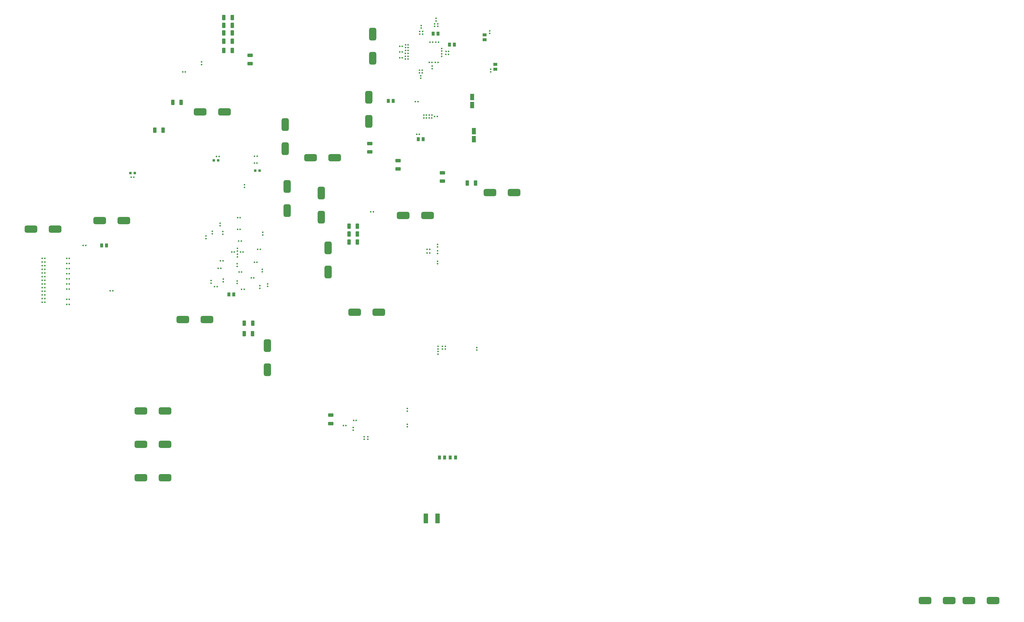
<source format=gbr>
G04*
G04 #@! TF.GenerationSoftware,Altium Limited,Altium Designer,23.11.1 (41)*
G04*
G04 Layer_Color=128*
%FSLAX44Y44*%
%MOMM*%
G71*
G04*
G04 #@! TF.SameCoordinates,838A1BA1-0531-4938-89FD-2D76D54D1B47*
G04*
G04*
G04 #@! TF.FilePolarity,Positive*
G04*
G01*
G75*
G04:AMPARAMS|DCode=42|XSize=4.4mm|YSize=2.5mm|CornerRadius=0.625mm|HoleSize=0mm|Usage=FLASHONLY|Rotation=0.000|XOffset=0mm|YOffset=0mm|HoleType=Round|Shape=RoundedRectangle|*
%AMROUNDEDRECTD42*
21,1,4.4000,1.2500,0,0,0.0*
21,1,3.1500,2.5000,0,0,0.0*
1,1,1.2500,1.5750,-0.6250*
1,1,1.2500,-1.5750,-0.6250*
1,1,1.2500,-1.5750,0.6250*
1,1,1.2500,1.5750,0.6250*
%
%ADD42ROUNDEDRECTD42*%
G04:AMPARAMS|DCode=43|XSize=1.8034mm|YSize=1.1938mm|CornerRadius=0.203mm|HoleSize=0mm|Usage=FLASHONLY|Rotation=90.000|XOffset=0mm|YOffset=0mm|HoleType=Round|Shape=RoundedRectangle|*
%AMROUNDEDRECTD43*
21,1,1.8034,0.7879,0,0,90.0*
21,1,1.3975,1.1938,0,0,90.0*
1,1,0.4059,0.3940,0.6988*
1,1,0.4059,0.3940,-0.6988*
1,1,0.4059,-0.3940,-0.6988*
1,1,0.4059,-0.3940,0.6988*
%
%ADD43ROUNDEDRECTD43*%
G04:AMPARAMS|DCode=44|XSize=0.508mm|YSize=0.508mm|CornerRadius=0.1524mm|HoleSize=0mm|Usage=FLASHONLY|Rotation=0.000|XOffset=0mm|YOffset=0mm|HoleType=Round|Shape=RoundedRectangle|*
%AMROUNDEDRECTD44*
21,1,0.5080,0.2032,0,0,0.0*
21,1,0.2032,0.5080,0,0,0.0*
1,1,0.3048,0.1016,-0.1016*
1,1,0.3048,-0.1016,-0.1016*
1,1,0.3048,-0.1016,0.1016*
1,1,0.3048,0.1016,0.1016*
%
%ADD44ROUNDEDRECTD44*%
G04:AMPARAMS|DCode=45|XSize=0.508mm|YSize=0.508mm|CornerRadius=0.1524mm|HoleSize=0mm|Usage=FLASHONLY|Rotation=270.000|XOffset=0mm|YOffset=0mm|HoleType=Round|Shape=RoundedRectangle|*
%AMROUNDEDRECTD45*
21,1,0.5080,0.2032,0,0,270.0*
21,1,0.2032,0.5080,0,0,270.0*
1,1,0.3048,-0.1016,-0.1016*
1,1,0.3048,-0.1016,0.1016*
1,1,0.3048,0.1016,0.1016*
1,1,0.3048,0.1016,-0.1016*
%
%ADD45ROUNDEDRECTD45*%
G04:AMPARAMS|DCode=46|XSize=1.8034mm|YSize=1.1938mm|CornerRadius=0.203mm|HoleSize=0mm|Usage=FLASHONLY|Rotation=180.000|XOffset=0mm|YOffset=0mm|HoleType=Round|Shape=RoundedRectangle|*
%AMROUNDEDRECTD46*
21,1,1.8034,0.7879,0,0,180.0*
21,1,1.3975,1.1938,0,0,180.0*
1,1,0.4059,-0.6988,0.3940*
1,1,0.4059,0.6988,0.3940*
1,1,0.4059,0.6988,-0.3940*
1,1,0.4059,-0.6988,-0.3940*
%
%ADD46ROUNDEDRECTD46*%
G04:AMPARAMS|DCode=48|XSize=1.397mm|YSize=1.0922mm|CornerRadius=0.2021mm|HoleSize=0mm|Usage=FLASHONLY|Rotation=180.000|XOffset=0mm|YOffset=0mm|HoleType=Round|Shape=RoundedRectangle|*
%AMROUNDEDRECTD48*
21,1,1.3970,0.6881,0,0,180.0*
21,1,0.9929,1.0922,0,0,180.0*
1,1,0.4041,-0.4964,0.3440*
1,1,0.4041,0.4964,0.3440*
1,1,0.4041,0.4964,-0.3440*
1,1,0.4041,-0.4964,-0.3440*
%
%ADD48ROUNDEDRECTD48*%
G04:AMPARAMS|DCode=53|XSize=4.4mm|YSize=2.5mm|CornerRadius=0.625mm|HoleSize=0mm|Usage=FLASHONLY|Rotation=270.000|XOffset=0mm|YOffset=0mm|HoleType=Round|Shape=RoundedRectangle|*
%AMROUNDEDRECTD53*
21,1,4.4000,1.2500,0,0,270.0*
21,1,3.1500,2.5000,0,0,270.0*
1,1,1.2500,-0.6250,-1.5750*
1,1,1.2500,-0.6250,1.5750*
1,1,1.2500,0.6250,1.5750*
1,1,1.2500,0.6250,-1.5750*
%
%ADD53ROUNDEDRECTD53*%
G04:AMPARAMS|DCode=58|XSize=0.889mm|YSize=0.8636mm|CornerRadius=0.1511mm|HoleSize=0mm|Usage=FLASHONLY|Rotation=0.000|XOffset=0mm|YOffset=0mm|HoleType=Round|Shape=RoundedRectangle|*
%AMROUNDEDRECTD58*
21,1,0.8890,0.5613,0,0,0.0*
21,1,0.5867,0.8636,0,0,0.0*
1,1,0.3023,0.2934,-0.2807*
1,1,0.3023,-0.2934,-0.2807*
1,1,0.3023,-0.2934,0.2807*
1,1,0.3023,0.2934,0.2807*
%
%ADD58ROUNDEDRECTD58*%
G04:AMPARAMS|DCode=60|XSize=1.397mm|YSize=1.0922mm|CornerRadius=0.2021mm|HoleSize=0mm|Usage=FLASHONLY|Rotation=270.000|XOffset=0mm|YOffset=0mm|HoleType=Round|Shape=RoundedRectangle|*
%AMROUNDEDRECTD60*
21,1,1.3970,0.6881,0,0,270.0*
21,1,0.9929,1.0922,0,0,270.0*
1,1,0.4041,-0.3440,-0.4964*
1,1,0.4041,-0.3440,0.4964*
1,1,0.4041,0.3440,0.4964*
1,1,0.4041,0.3440,-0.4964*
%
%ADD60ROUNDEDRECTD60*%
G04:AMPARAMS|DCode=67|XSize=1.55mm|YSize=3.45mm|CornerRadius=0.175mm|HoleSize=0mm|Usage=FLASHONLY|Rotation=0.000|XOffset=0mm|YOffset=0mm|HoleType=Round|Shape=RoundedRectangle|*
%AMROUNDEDRECTD67*
21,1,1.5500,3.1000,0,0,0.0*
21,1,1.2000,3.4500,0,0,0.0*
1,1,0.3500,0.6000,-1.5500*
1,1,0.3500,-0.6000,-1.5500*
1,1,0.3500,-0.6000,1.5500*
1,1,0.3500,0.6000,1.5500*
%
%ADD67ROUNDEDRECTD67*%
%ADD74R,1.3500X2.2000*%
D42*
X667346Y315775D02*
D03*
X751345D02*
D03*
X751165Y431344D02*
D03*
X667166D02*
D03*
X667749Y547181D02*
D03*
X751749D02*
D03*
X1879928Y1306322D02*
D03*
X1963928D02*
D03*
X812864Y865037D02*
D03*
X896864D02*
D03*
X873616Y1586275D02*
D03*
X957616D02*
D03*
X1256866Y1427480D02*
D03*
X1340866D02*
D03*
X608500Y1208410D02*
D03*
X524500D02*
D03*
X369740Y1179200D02*
D03*
X285740D02*
D03*
X1494282Y890524D02*
D03*
X1410282D02*
D03*
X1662809Y1226536D02*
D03*
X1578810D02*
D03*
X3391228Y-111454D02*
D03*
X3475228D02*
D03*
X3543628D02*
D03*
X3627628D02*
D03*
D43*
X955697Y1800063D02*
D03*
X984653D02*
D03*
X955817Y1913643D02*
D03*
X984773D02*
D03*
X955817Y1887227D02*
D03*
X984773D02*
D03*
X955817Y1860482D02*
D03*
X984773D02*
D03*
X955817Y1832152D02*
D03*
X984773D02*
D03*
X1026584Y816234D02*
D03*
X1055540D02*
D03*
X1026838Y852048D02*
D03*
X1055794D02*
D03*
X778689Y1619364D02*
D03*
X807645D02*
D03*
X744632Y1522658D02*
D03*
X715676D02*
D03*
X1419562Y1161960D02*
D03*
X1390606D02*
D03*
Y1134460D02*
D03*
X1419562D02*
D03*
X1390606Y1189460D02*
D03*
X1419562D02*
D03*
X1801417Y1339193D02*
D03*
X1830373D02*
D03*
D44*
X1641538Y1877269D02*
D03*
Y1886159D02*
D03*
X1712214Y1806705D02*
D03*
Y1797814D02*
D03*
X942490Y1190565D02*
D03*
Y1199455D02*
D03*
X1697990Y1125855D02*
D03*
Y1116965D02*
D03*
X915332Y1162563D02*
D03*
Y1171453D02*
D03*
X911522Y1000003D02*
D03*
Y991113D02*
D03*
X953432Y996193D02*
D03*
Y1005083D02*
D03*
X1002962Y1102873D02*
D03*
Y1111763D02*
D03*
X952162Y1161293D02*
D03*
Y1170183D02*
D03*
X893742Y1146053D02*
D03*
Y1154943D02*
D03*
X1001692Y1058423D02*
D03*
Y1049533D02*
D03*
X1001692Y998733D02*
D03*
Y989843D02*
D03*
X1002962Y1082553D02*
D03*
Y1091443D02*
D03*
X1080951Y973399D02*
D03*
Y982289D02*
D03*
X1090592Y1167643D02*
D03*
Y1158753D02*
D03*
X1107864Y979937D02*
D03*
Y988827D02*
D03*
X1089282Y1039413D02*
D03*
Y1030523D02*
D03*
X878630Y1750766D02*
D03*
Y1759655D02*
D03*
X1027685Y1332951D02*
D03*
Y1324061D02*
D03*
X1712214Y1787906D02*
D03*
Y1779016D02*
D03*
X1693164Y1902168D02*
D03*
Y1911058D02*
D03*
X1688084Y1883283D02*
D03*
Y1892173D02*
D03*
X1698455Y1883369D02*
D03*
Y1892259D02*
D03*
X1679702Y1736471D02*
D03*
Y1745361D02*
D03*
X1879092Y1858645D02*
D03*
Y1867535D02*
D03*
X1882394Y1734185D02*
D03*
Y1725295D02*
D03*
X1644907Y1721824D02*
D03*
Y1730714D02*
D03*
X1639617Y1702871D02*
D03*
Y1711761D02*
D03*
X1635001Y1721824D02*
D03*
Y1730714D02*
D03*
X1646405Y1865501D02*
D03*
Y1856611D02*
D03*
X1636498Y1865501D02*
D03*
Y1856611D02*
D03*
X1714500Y762635D02*
D03*
Y771525D02*
D03*
X1724660Y762635D02*
D03*
Y771525D02*
D03*
X1833880Y767715D02*
D03*
Y758825D02*
D03*
X1699260Y744855D02*
D03*
Y753745D02*
D03*
Y762635D02*
D03*
Y771525D02*
D03*
X1404620Y489585D02*
D03*
Y480695D02*
D03*
X1592580Y546735D02*
D03*
Y555625D02*
D03*
X1592580Y501015D02*
D03*
Y492125D02*
D03*
X1455420Y457835D02*
D03*
Y448945D02*
D03*
X1442720Y457835D02*
D03*
Y448945D02*
D03*
X1697990Y1103630D02*
D03*
Y1094740D02*
D03*
X1697990Y1067435D02*
D03*
Y1058545D02*
D03*
D45*
X930276Y1431489D02*
D03*
X939166D02*
D03*
X1062230Y1431884D02*
D03*
X1071120D02*
D03*
X1061849Y1408516D02*
D03*
X1070739D02*
D03*
X1669415Y1758188D02*
D03*
X1678305D02*
D03*
X1699387Y1757934D02*
D03*
X1690497D02*
D03*
X1701292Y1828038D02*
D03*
X1692402D02*
D03*
X1671955Y1828292D02*
D03*
X1680845D02*
D03*
X1735963Y1786379D02*
D03*
X1727073D02*
D03*
X642962Y1359563D02*
D03*
X634072D02*
D03*
X1012487Y1219078D02*
D03*
X1003597D02*
D03*
Y1178438D02*
D03*
X1012487D02*
D03*
X923587Y979048D02*
D03*
X932477D02*
D03*
X943907Y1069218D02*
D03*
X952797D02*
D03*
X945177Y1042548D02*
D03*
X936287D02*
D03*
X992167Y1099698D02*
D03*
X983277D02*
D03*
X1016297Y1137798D02*
D03*
X1007407D02*
D03*
X418635Y1077600D02*
D03*
X409745D02*
D03*
X418635Y935360D02*
D03*
X409745D02*
D03*
X409745Y917580D02*
D03*
X418635D02*
D03*
X418635Y1006480D02*
D03*
X409745D02*
D03*
X418635Y1024260D02*
D03*
X409745D02*
D03*
X409745Y1059820D02*
D03*
X418635D02*
D03*
Y1042040D02*
D03*
X409745D02*
D03*
X418635Y970920D02*
D03*
X409745D02*
D03*
X409745Y988700D02*
D03*
X418635D02*
D03*
X324655Y1064900D02*
D03*
X333545D02*
D03*
Y1052200D02*
D03*
X324655D02*
D03*
X333545Y1014100D02*
D03*
X324655D02*
D03*
X333545Y1026800D02*
D03*
X324655D02*
D03*
X333545Y1001400D02*
D03*
X324655D02*
D03*
Y1039500D02*
D03*
X333545D02*
D03*
Y1077600D02*
D03*
X324655D02*
D03*
Y988700D02*
D03*
X333545D02*
D03*
X1008677Y1029848D02*
D03*
X1017567D02*
D03*
X1026457Y970158D02*
D03*
X1017567D02*
D03*
X475785Y1122050D02*
D03*
X466895D02*
D03*
X1073447Y1108588D02*
D03*
X1082337D02*
D03*
X1059705Y1009990D02*
D03*
X1050815D02*
D03*
X1013757Y1099698D02*
D03*
X1022647D02*
D03*
X1062017Y1064138D02*
D03*
X1070907D02*
D03*
X569765Y964570D02*
D03*
X560875D02*
D03*
X333545Y950600D02*
D03*
X324655D02*
D03*
X333545Y937900D02*
D03*
X324655D02*
D03*
X333545Y925200D02*
D03*
X324655D02*
D03*
Y963300D02*
D03*
X333545D02*
D03*
Y976000D02*
D03*
X324655D02*
D03*
X813006Y1725385D02*
D03*
X821896D02*
D03*
X1474936Y1239159D02*
D03*
X1466046D02*
D03*
X1736217Y1796288D02*
D03*
X1727327D02*
D03*
X1669164Y1575051D02*
D03*
X1678053D02*
D03*
X1650365Y1575052D02*
D03*
X1659255D02*
D03*
X1650111Y1565143D02*
D03*
X1659001D02*
D03*
X1668909Y1565143D02*
D03*
X1677800D02*
D03*
X1687962Y1569974D02*
D03*
X1696852D02*
D03*
X1634617Y1507998D02*
D03*
X1625727D02*
D03*
X1629791Y1621536D02*
D03*
X1620901D02*
D03*
X1566462Y1774508D02*
D03*
X1575352D02*
D03*
X1586506Y1769763D02*
D03*
X1595396D02*
D03*
X1586566Y1779671D02*
D03*
X1595456D02*
D03*
X1566584Y1794560D02*
D03*
X1575474D02*
D03*
X1586566Y1789580D02*
D03*
X1595456D02*
D03*
X1586628Y1799488D02*
D03*
X1595518D02*
D03*
X1595580Y1809397D02*
D03*
X1586689D02*
D03*
X1586628Y1819305D02*
D03*
X1595518D02*
D03*
X1566646Y1814283D02*
D03*
X1575536D02*
D03*
X1379855Y496570D02*
D03*
X1370965D02*
D03*
X1415415Y514350D02*
D03*
X1406525D02*
D03*
X1661795Y1096010D02*
D03*
X1670685D02*
D03*
Y1108710D02*
D03*
X1661795D02*
D03*
D46*
X1047197Y1782652D02*
D03*
Y1753696D02*
D03*
X1462386Y1476450D02*
D03*
Y1447494D02*
D03*
X1560962Y1388383D02*
D03*
Y1417339D02*
D03*
X1327150Y503682D02*
D03*
Y532638D02*
D03*
X1715153Y1345739D02*
D03*
Y1374695D02*
D03*
D48*
X1898779Y1751203D02*
D03*
Y1734185D02*
D03*
X1861058Y1854200D02*
D03*
Y1837182D02*
D03*
D53*
X1472767Y1856759D02*
D03*
Y1772759D02*
D03*
X1106554Y774743D02*
D03*
Y690743D02*
D03*
X1318182Y1030224D02*
D03*
Y1114224D02*
D03*
X1169074Y1458468D02*
D03*
Y1542468D02*
D03*
X1294384Y1220470D02*
D03*
Y1304470D02*
D03*
X1459230Y1553030D02*
D03*
Y1637030D02*
D03*
X1175859Y1327584D02*
D03*
Y1243584D02*
D03*
D58*
X920624Y1417406D02*
D03*
X935611D02*
D03*
X1079629Y1382354D02*
D03*
X1064642D02*
D03*
X646136Y1373647D02*
D03*
X631151D02*
D03*
D60*
X1630807Y1491612D02*
D03*
X1647825D02*
D03*
X1682750Y1858010D02*
D03*
X1699768D02*
D03*
X1739265Y1819656D02*
D03*
X1756283D02*
D03*
X972863Y952378D02*
D03*
X989881D02*
D03*
X531411Y1122050D02*
D03*
X548429D02*
D03*
X1526794Y1624076D02*
D03*
X1543812D02*
D03*
X1704611Y386134D02*
D03*
X1722645D02*
D03*
X1742313Y386080D02*
D03*
X1760347D02*
D03*
D67*
X1697670Y173990D02*
D03*
X1657670D02*
D03*
D74*
X1818386Y1638052D02*
D03*
Y1609852D02*
D03*
X1823720Y1519812D02*
D03*
Y1491612D02*
D03*
M02*

</source>
